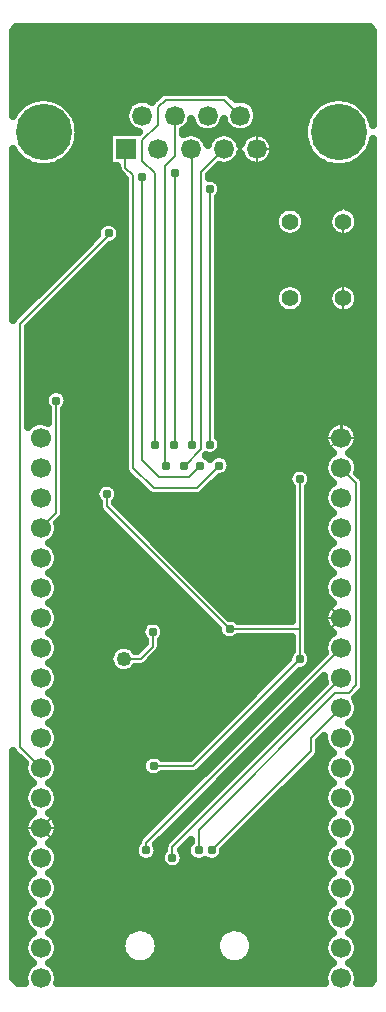
<source format=gbr>
G04 DipTrace 5.1.0.3*
G04 2 - Bottom.gbr*
%MOIN*%
G04 #@! TF.FileFunction,Copper,L2,Bot*
G04 #@! TF.Part,Single*
G04 #@! TA.AperFunction,Conductor*
%ADD15C,0.007874*%
G04 #@! TA.AperFunction,CopperBalancing*
%ADD16C,0.025*%
%ADD17C,0.00787*%
G04 #@! TA.AperFunction,ComponentPad*
%ADD21R,0.066535X0.066535*%
%ADD22C,0.066535*%
%ADD23C,0.187402*%
%ADD24C,0.055118*%
%ADD29C,0.049213*%
G04 #@! TA.AperFunction,ComponentPad*
%ADD30C,0.066929*%
G04 #@! TA.AperFunction,ViaPad*
%ADD31C,0.031*%
%FSLAX26Y26*%
G04*
G70*
G90*
G75*
G01*
G04 Bottom*
%LPD*%
X893702Y1149951D2*
D15*
X1024953D1*
X1381202Y1506200D1*
Y1606588D1*
Y2106200D1*
X1146979Y1606588D2*
X1381202D1*
X737453Y2056200D2*
Y2016115D1*
X1146979Y1606588D1*
X961357Y2220825D2*
X964458D1*
Y3128050D1*
X1112453Y2151229D2*
Y2149949D1*
X1037453Y2074949D1*
X893702D1*
X824952Y2143700D1*
Y3118701D1*
X799953Y3143700D1*
Y3206293D1*
X800953D1*
X1049953Y2151229D2*
Y2149951D1*
X1012452Y2112449D1*
X912453D1*
X856202Y2168700D1*
Y3112451D1*
X993702Y2151229D2*
X997743D1*
X1051361Y2204847D1*
Y3129536D1*
X1128118Y3206293D1*
X1518702Y2243700D2*
X1514024D1*
X1462452Y2192128D1*
Y1699951D1*
X1518702Y1643700D1*
X1099953Y799949D2*
X662453D1*
X518702Y943700D1*
X1526036Y2964388D2*
Y2708482D1*
Y2498108D1*
X1521187Y2493259D1*
Y2246184D1*
X1518702Y2243700D1*
Y1643700D2*
Y1642330D1*
X1435079Y1558707D1*
Y1504183D1*
X953449Y1022553D1*
X597555D1*
X518702Y943700D1*
X743702Y2924951D2*
Y2919533D1*
X448751Y2624582D1*
Y1213651D1*
X518702Y1143700D1*
X956202Y843700D2*
Y881200D1*
X1518702Y1443700D1*
X868702Y868700D2*
Y893700D1*
X1518702Y1543700D1*
X1043702Y868700D2*
Y937449D1*
X1499953Y1393700D1*
X1543702D1*
X1568702Y1418700D1*
Y2093700D1*
X1518702Y2143700D1*
X518702Y1943700D2*
X569259Y1994256D1*
Y2367906D1*
X1087453Y868700D2*
X1418702Y1199949D1*
Y1243700D1*
X1518702Y1343700D1*
X794196Y1506776D2*
X850528D1*
X890956Y1547204D1*
Y1596763D1*
X897617Y2221250D2*
Y3125487D1*
X855828Y3167276D1*
Y3234919D1*
X909047Y3288138D1*
Y3345941D1*
X933756Y3370650D1*
X1130100D1*
X1182646Y3318104D1*
X935330Y2151229D2*
X932983D1*
Y3149361D1*
X965520Y3181898D1*
Y3344250D1*
X939374Y3318104D1*
X964536D1*
X1081202Y2221250D2*
Y3072659D1*
X1081142Y3072720D1*
X1021879Y2221250D2*
Y3203477D1*
X1019063Y3206293D1*
D31*
X897617Y2221250D3*
X935330Y2151229D3*
X961357Y2220825D3*
X993702Y2151229D3*
X1021879Y2221250D3*
X1049953Y2151229D3*
X1081202Y2221250D3*
X1112453Y2151229D3*
X890956Y1596763D3*
X1087453Y868700D3*
X1043702D3*
X956202Y843700D3*
X893702Y1149951D3*
X868702Y868700D3*
X1381202Y1506200D3*
Y2106200D3*
X1146979Y1606588D3*
X737453Y2056200D3*
X1099953Y799949D3*
X743702Y2924951D3*
X569259Y2367906D3*
X1081142Y3072720D3*
X856202Y3112451D3*
X964458Y3128050D3*
X427462Y3587582D2*
D16*
X1622448D1*
X427462Y3562713D2*
X1622448D1*
X427462Y3537844D2*
X1622448D1*
X427462Y3512976D2*
X1622448D1*
X427462Y3488107D2*
X1622448D1*
X427462Y3463238D2*
X1622448D1*
X427462Y3438369D2*
X1622448D1*
X427462Y3413501D2*
X1622448D1*
X427462Y3388632D2*
X911383D1*
X1152484D2*
X1622448D1*
X427462Y3363763D2*
X467496D1*
X586769D2*
X820382D1*
X1217739D2*
X1451352D1*
X1570625D2*
X1622448D1*
X617379Y3338894D2*
X800878D1*
X1237260D2*
X1420760D1*
X1601234D2*
X1622448D1*
X634011Y3314025D2*
X797021D1*
X1241100D2*
X1404109D1*
X643000Y3289157D2*
X804933D1*
X1233205D2*
X1395121D1*
X646158Y3264288D2*
X837139D1*
X994792D2*
X1055244D1*
X1091929D2*
X1164295D1*
X1200999D2*
X1391980D1*
X643915Y3239419D2*
X742352D1*
X1066847D2*
X1080344D1*
X1175898D2*
X1189396D1*
X1284950D2*
X1394206D1*
X635984Y3214550D2*
X742352D1*
X1295159D2*
X1402137D1*
X620860Y3189682D2*
X742352D1*
X1293257D2*
X1417280D1*
X1604714D2*
X1622448D1*
X427462Y3164813D2*
X460625D1*
X593642D2*
X742352D1*
X1168399D2*
X1196896D1*
X1277450D2*
X1444498D1*
X1577496D2*
X1622448D1*
X427462Y3139944D2*
X770952D1*
X1102121D2*
X1622448D1*
X427462Y3115075D2*
X788211D1*
X1080626D2*
X1622448D1*
X427462Y3090207D2*
X795676D1*
X1117748D2*
X1622448D1*
X427462Y3065338D2*
X795676D1*
X1121265D2*
X1622448D1*
X427462Y3040469D2*
X795676D1*
X1110482D2*
X1622448D1*
X427462Y3015600D2*
X795676D1*
X1110482D2*
X1518795D1*
X1533503D2*
X1622448D1*
X427462Y2990731D2*
X795676D1*
X1110482D2*
X1303419D1*
X1394326D2*
X1479896D1*
X1572400D2*
X1622448D1*
X427462Y2965863D2*
X795676D1*
X1110482D2*
X1295991D1*
X1401735D2*
X1473007D1*
X1579290D2*
X1622448D1*
X427462Y2940994D2*
X706395D1*
X781011D2*
X795676D1*
X1110482D2*
X1301732D1*
X1396012D2*
X1478372D1*
X1573944D2*
X1622448D1*
X427462Y2916125D2*
X699936D1*
X1110482D2*
X1331874D1*
X1365869D2*
X1505931D1*
X1546366D2*
X1622448D1*
X427462Y2891256D2*
X675068D1*
X764486D2*
X795676D1*
X1110482D2*
X1622448D1*
X427462Y2866388D2*
X650201D1*
X730916D2*
X795676D1*
X1110482D2*
X1622448D1*
X427462Y2841519D2*
X625333D1*
X706049D2*
X795676D1*
X1110482D2*
X1622448D1*
X427462Y2816650D2*
X600466D1*
X681181D2*
X795676D1*
X1110482D2*
X1622448D1*
X427462Y2791781D2*
X575597D1*
X656314D2*
X795676D1*
X1110482D2*
X1622448D1*
X427462Y2766913D2*
X550730D1*
X631445D2*
X795676D1*
X1110482D2*
X1622448D1*
X427462Y2742044D2*
X525862D1*
X606578D2*
X795676D1*
X1110482D2*
X1308784D1*
X1388961D2*
X1485226D1*
X1566965D2*
X1622448D1*
X427462Y2717175D2*
X500977D1*
X581710D2*
X795676D1*
X1110482D2*
X1296726D1*
X1401000D2*
X1473635D1*
X1578537D2*
X1622448D1*
X427462Y2692306D2*
X476109D1*
X556843D2*
X795676D1*
X1110482D2*
X1298646D1*
X1399099D2*
X1475448D1*
X1576725D2*
X1622448D1*
X427462Y2667438D2*
X451242D1*
X531957D2*
X795676D1*
X1110482D2*
X1317126D1*
X1380600D2*
X1493030D1*
X1559159D2*
X1622448D1*
X507089Y2642569D2*
X795676D1*
X1110482D2*
X1622448D1*
X482221Y2617700D2*
X795676D1*
X1110482D2*
X1622448D1*
X478022Y2592831D2*
X795676D1*
X1110482D2*
X1622448D1*
X478022Y2567962D2*
X795676D1*
X1110482D2*
X1622448D1*
X478022Y2543094D2*
X795676D1*
X1110482D2*
X1622448D1*
X478022Y2518225D2*
X795676D1*
X1110482D2*
X1622448D1*
X478022Y2493356D2*
X795676D1*
X1110482D2*
X1622448D1*
X478022Y2468487D2*
X795676D1*
X1110482D2*
X1622448D1*
X478022Y2443619D2*
X795676D1*
X1110482D2*
X1622448D1*
X478022Y2418750D2*
X795676D1*
X1110482D2*
X1622448D1*
X478022Y2393881D2*
X538566D1*
X599957D2*
X795676D1*
X1110482D2*
X1622448D1*
X478022Y2369012D2*
X528446D1*
X610076D2*
X795676D1*
X1110482D2*
X1622448D1*
X478022Y2344144D2*
X536681D1*
X601841D2*
X795676D1*
X1110482D2*
X1622448D1*
X478022Y2319275D2*
X539983D1*
X598521D2*
X795676D1*
X1110482D2*
X1622448D1*
X478022Y2294406D2*
X491736D1*
X598521D2*
X795676D1*
X1110482D2*
X1491739D1*
X1545667D2*
X1622448D1*
X598521Y2269537D2*
X795676D1*
X1110482D2*
X1466189D1*
X1571217D2*
X1622448D1*
X598521Y2244669D2*
X795676D1*
X1114051D2*
X1459910D1*
X1577496D2*
X1622448D1*
X598521Y2219800D2*
X795676D1*
X1122000D2*
X1465221D1*
X1572167D2*
X1622448D1*
X598521Y2194931D2*
X795676D1*
X1111576D2*
X1488079D1*
X1549327D2*
X1622448D1*
X598521Y2170062D2*
X795676D1*
X1148339D2*
X1466458D1*
X1570948D2*
X1622448D1*
X598521Y2145193D2*
X795676D1*
X1152807D2*
X1459928D1*
X1577478D2*
X1622448D1*
X598521Y2120325D2*
X807966D1*
X1137627D2*
X1343071D1*
X1419336D2*
X1464987D1*
X1582431D2*
X1622448D1*
X598521Y2095456D2*
X832833D1*
X1098316D2*
X1341904D1*
X1420503D2*
X1487181D1*
X1597915D2*
X1622448D1*
X598521Y2070587D2*
X699416D1*
X775484D2*
X857701D1*
X1073449D2*
X1351935D1*
X1410474D2*
X1466746D1*
X1597969D2*
X1622448D1*
X598521Y2045718D2*
X698088D1*
X776831D2*
X1351935D1*
X1410474D2*
X1459945D1*
X1597969D2*
X1622448D1*
X598521Y2020850D2*
X708189D1*
X773080D2*
X1351935D1*
X1410474D2*
X1464753D1*
X1597969D2*
X1622448D1*
X598521Y1995981D2*
X717232D1*
X797948D2*
X1351935D1*
X1410474D2*
X1486339D1*
X1597969D2*
X1622448D1*
X586465Y1971112D2*
X742100D1*
X822816D2*
X1351935D1*
X1410474D2*
X1467033D1*
X1597969D2*
X1622448D1*
X577440Y1946243D2*
X766969D1*
X847684D2*
X1351935D1*
X1410474D2*
X1459963D1*
X1597969D2*
X1622448D1*
X572882Y1921375D2*
X791836D1*
X872551D2*
X1351935D1*
X1410474D2*
X1464521D1*
X1597969D2*
X1622448D1*
X551890Y1896506D2*
X816704D1*
X897419D2*
X1351935D1*
X1410474D2*
X1485513D1*
X1597969D2*
X1622448D1*
X570084Y1871637D2*
X841571D1*
X922286D2*
X1351935D1*
X1410474D2*
X1467319D1*
X1597969D2*
X1622448D1*
X577421Y1846768D2*
X866438D1*
X947155D2*
X1351935D1*
X1410474D2*
X1459982D1*
X1597969D2*
X1622448D1*
X573116Y1821899D2*
X891307D1*
X972022D2*
X1351935D1*
X1410474D2*
X1464306D1*
X1597969D2*
X1622448D1*
X552698Y1797031D2*
X916175D1*
X996890D2*
X1351935D1*
X1410474D2*
X1484723D1*
X1597969D2*
X1622448D1*
X569778Y1772162D2*
X941042D1*
X1021757D2*
X1351935D1*
X1410474D2*
X1467625D1*
X1597969D2*
X1622448D1*
X577386Y1747293D2*
X965910D1*
X1046626D2*
X1351935D1*
X1410474D2*
X1460017D1*
X1597969D2*
X1622448D1*
X573331Y1722424D2*
X990777D1*
X1071494D2*
X1351935D1*
X1410474D2*
X1464072D1*
X1597969D2*
X1622448D1*
X553452Y1697556D2*
X1015646D1*
X1096379D2*
X1351935D1*
X1410474D2*
X1483952D1*
X1597969D2*
X1622448D1*
X569456Y1672687D2*
X1040513D1*
X1121247D2*
X1351935D1*
X1410474D2*
X1467948D1*
X1597969D2*
X1622448D1*
X577351Y1647818D2*
X1065399D1*
X1146114D2*
X1351935D1*
X1410474D2*
X1460053D1*
X1597969D2*
X1622448D1*
X573529Y1622949D2*
X860465D1*
X921444D2*
X1090267D1*
X1410474D2*
X1463874D1*
X1597969D2*
X1622448D1*
X554187Y1598081D2*
X850147D1*
X931760D2*
X1107096D1*
X1410474D2*
X1483217D1*
X1597969D2*
X1622448D1*
X569151Y1573212D2*
X858204D1*
X923705D2*
X1125630D1*
X1168327D2*
X1351935D1*
X1410474D2*
X1468252D1*
X1597969D2*
X1622448D1*
X577314Y1548343D2*
X768833D1*
X819550D2*
X851744D1*
X920223D2*
X1351935D1*
X1410474D2*
X1460089D1*
X1597969D2*
X1622448D1*
X573744Y1523474D2*
X747285D1*
X907592D2*
X1344488D1*
X1417919D2*
X1458116D1*
X1597969D2*
X1622448D1*
X554904Y1498606D2*
X744971D1*
X882725D2*
X1333256D1*
X1597969D2*
X1622448D1*
X568810Y1473737D2*
X757656D1*
X830747D2*
X1308389D1*
X1597969D2*
X1622448D1*
X577260Y1448868D2*
X1283503D1*
X1364236D2*
X1383512D1*
X1597969D2*
X1622448D1*
X573941Y1423999D2*
X1258635D1*
X1339369D2*
X1358645D1*
X1439360D2*
X1458635D1*
X1597969D2*
X1622448D1*
X555604Y1399130D2*
X1233768D1*
X1314483D2*
X1333777D1*
X1414492D2*
X1433768D1*
X1589499D2*
X1622448D1*
X568487Y1374262D2*
X1208899D1*
X1289616D2*
X1308908D1*
X1389625D2*
X1408900D1*
X1568490D2*
X1622448D1*
X577206Y1349393D2*
X1184032D1*
X1264748D2*
X1284041D1*
X1364757D2*
X1384033D1*
X1577209D2*
X1622448D1*
X574138Y1324524D2*
X1159164D1*
X1239879D2*
X1259173D1*
X1339889D2*
X1359164D1*
X1574141D2*
X1622448D1*
X556268Y1299655D2*
X1134297D1*
X1215012D2*
X1234306D1*
X1315021D2*
X1334297D1*
X1556271D2*
X1622448D1*
X568146Y1274787D2*
X1109429D1*
X1190145D2*
X1209438D1*
X1290154D2*
X1309429D1*
X1568130D2*
X1622448D1*
X577152Y1249918D2*
X1084561D1*
X1165277D2*
X1184553D1*
X1265286D2*
X1284562D1*
X1577155D2*
X1622448D1*
X574318Y1225049D2*
X1059693D1*
X1140408D2*
X1159685D1*
X1240417D2*
X1259694D1*
X1447973D2*
X1463085D1*
X1574320D2*
X1622448D1*
X556914Y1200180D2*
X1034826D1*
X1115541D2*
X1134816D1*
X1215550D2*
X1234826D1*
X1447973D2*
X1480490D1*
X1556916D2*
X1622448D1*
X427462Y1175312D2*
X446738D1*
X567788D2*
X862456D1*
X1090673D2*
X1109949D1*
X1190664D2*
X1209958D1*
X1434425D2*
X1469616D1*
X1567790D2*
X1622448D1*
X427462Y1150443D2*
X460302D1*
X577099D2*
X852874D1*
X1065806D2*
X1085082D1*
X1165797D2*
X1185091D1*
X1409558D2*
X1460305D1*
X1577101D2*
X1622448D1*
X427462Y1125574D2*
X462903D1*
X574498D2*
X861613D1*
X1038516D2*
X1060214D1*
X1140929D2*
X1160223D1*
X1384690D2*
X1462906D1*
X1574500D2*
X1622448D1*
X427462Y1100705D2*
X479858D1*
X557542D2*
X1035345D1*
X1116062D2*
X1135354D1*
X1359823D2*
X1479861D1*
X1557545D2*
X1622448D1*
X427462Y1075836D2*
X469973D1*
X567428D2*
X1010478D1*
X1091194D2*
X1110487D1*
X1334956D2*
X1469975D1*
X1567431D2*
X1622448D1*
X427462Y1050968D2*
X460374D1*
X577028D2*
X985610D1*
X1066326D2*
X1085620D1*
X1310087D2*
X1460375D1*
X1577030D2*
X1622448D1*
X427462Y1026099D2*
X462725D1*
X574677D2*
X960743D1*
X1041458D2*
X1060734D1*
X1285219D2*
X1462726D1*
X1574680D2*
X1622448D1*
X427462Y1001230D2*
X479248D1*
X558152D2*
X935875D1*
X1016591D2*
X1035866D1*
X1260333D2*
X1479251D1*
X1558155D2*
X1622448D1*
X427462Y976361D2*
X470349D1*
X567051D2*
X911007D1*
X991723D2*
X1010999D1*
X1235466D2*
X1470352D1*
X1567054D2*
X1622448D1*
X427462Y951493D2*
X460445D1*
X576956D2*
X886139D1*
X966854D2*
X986130D1*
X1210599D2*
X1460448D1*
X1576958D2*
X1622448D1*
X427462Y926624D2*
X462562D1*
X574856D2*
X861272D1*
X941987D2*
X961263D1*
X1185731D2*
X1462564D1*
X1574841D2*
X1622448D1*
X427462Y901755D2*
X478656D1*
X558763D2*
X840675D1*
X917120D2*
X936395D1*
X1160862D2*
X1478659D1*
X1558747D2*
X1622448D1*
X427462Y876886D2*
X470726D1*
X566675D2*
X828760D1*
X908651D2*
X926940D1*
X1135995D2*
X1470729D1*
X1566677D2*
X1622448D1*
X427462Y852018D2*
X460517D1*
X576883D2*
X831685D1*
X1124458D2*
X1460520D1*
X1576886D2*
X1622448D1*
X427462Y827149D2*
X462400D1*
X575017D2*
X919135D1*
X993284D2*
X1462386D1*
X1575020D2*
X1622448D1*
X427462Y802280D2*
X478064D1*
X559336D2*
X1478067D1*
X1559339D2*
X1622448D1*
X427462Y777411D2*
X471121D1*
X566298D2*
X1471105D1*
X1566282D2*
X1622448D1*
X427462Y752543D2*
X460606D1*
X576794D2*
X1460609D1*
X1576797D2*
X1622448D1*
X427462Y727674D2*
X462239D1*
X575179D2*
X1462242D1*
X1575164D2*
X1622448D1*
X427462Y702805D2*
X477508D1*
X559893D2*
X1477511D1*
X1559895D2*
X1622448D1*
X427462Y677936D2*
X471516D1*
X565885D2*
X1471519D1*
X1565887D2*
X1622448D1*
X427462Y653067D2*
X460697D1*
X576722D2*
X1460681D1*
X1576706D2*
X1622448D1*
X427462Y628199D2*
X462078D1*
X575323D2*
X1462080D1*
X1575326D2*
X1622448D1*
X427462Y603330D2*
X476970D1*
X560449D2*
X813689D1*
X883461D2*
X1128125D1*
X1197914D2*
X1476954D1*
X1560433D2*
X1622448D1*
X427462Y578461D2*
X471911D1*
X565491D2*
X790705D1*
X906444D2*
X1105141D1*
X1220896D2*
X1471912D1*
X1565494D2*
X1622448D1*
X427462Y553592D2*
X460786D1*
X576633D2*
X784049D1*
X913100D2*
X1098501D1*
X1227536D2*
X1460789D1*
X1576617D2*
X1622448D1*
X427462Y528724D2*
X461935D1*
X575466D2*
X787853D1*
X909297D2*
X1102306D1*
X1223750D2*
X1461937D1*
X1575469D2*
X1622448D1*
X427462Y503855D2*
X476432D1*
X560969D2*
X804879D1*
X892252D2*
X1119332D1*
X1206705D2*
X1476435D1*
X1560971D2*
X1622448D1*
X427462Y478986D2*
X472341D1*
X565078D2*
X1472344D1*
X1565062D2*
X1622448D1*
X427462Y454117D2*
X460875D1*
X576525D2*
X1460878D1*
X1576528D2*
X1622448D1*
X440828Y429249D2*
X461792D1*
X575610D2*
X1461794D1*
X1575612D2*
X1618625D1*
X1398428Y2955252D2*
X1395906Y2946301D1*
X1391781Y2937966D1*
X1386196Y2930532D1*
X1379339Y2924250D1*
X1371445Y2919335D1*
X1362782Y2915953D1*
X1353646Y2914222D1*
X1344347Y2914199D1*
X1335201Y2915885D1*
X1326521Y2919222D1*
X1318603Y2924098D1*
X1311715Y2930346D1*
X1306092Y2937752D1*
X1301927Y2946066D1*
X1299360Y2955004D1*
X1298478Y2964262D1*
X1299312Y2973523D1*
X1301835Y2982474D1*
X1305959Y2990809D1*
X1311545Y2998243D1*
X1318402Y3004525D1*
X1326295Y3009440D1*
X1334958Y3012822D1*
X1344095Y3014553D1*
X1353394Y3014577D1*
X1362540Y3012890D1*
X1371219Y3009553D1*
X1379138Y3004678D1*
X1386025Y2998430D1*
X1391648Y2991023D1*
X1395814Y2982709D1*
X1398381Y2973771D1*
X1399263Y2964388D1*
X1398428Y2955252D1*
Y2699347D2*
X1395906Y2690396D1*
X1391781Y2682061D1*
X1386196Y2674627D1*
X1379339Y2668344D1*
X1371445Y2663430D1*
X1362782Y2660048D1*
X1353646Y2658317D1*
X1344347Y2658293D1*
X1335201Y2659980D1*
X1326521Y2663317D1*
X1318603Y2668192D1*
X1311715Y2674440D1*
X1306092Y2681847D1*
X1301927Y2690161D1*
X1299360Y2699099D1*
X1298478Y2708356D1*
X1299312Y2717617D1*
X1301835Y2726569D1*
X1305959Y2734903D1*
X1311545Y2742338D1*
X1318402Y2748620D1*
X1326295Y2753535D1*
X1334958Y2756917D1*
X1344095Y2758648D1*
X1353394Y2758671D1*
X1362540Y2756985D1*
X1371219Y2753648D1*
X1379138Y2748772D1*
X1386025Y2742524D1*
X1391648Y2735117D1*
X1395814Y2726804D1*
X1398381Y2717865D1*
X1399263Y2708482D1*
X1398428Y2699347D1*
X910001Y541187D2*
X907952Y532134D1*
X904575Y523487D1*
X899948Y515441D1*
X894172Y508174D1*
X887378Y501850D1*
X879718Y496607D1*
X871361Y492566D1*
X862496Y489814D1*
X853319Y488415D1*
X844037Y488399D1*
X834856Y489768D1*
X825982Y492489D1*
X817612Y496503D1*
X809933Y501718D1*
X803118Y508020D1*
X797318Y515268D1*
X792663Y523300D1*
X789257Y531934D1*
X787177Y540981D1*
X786467Y550235D1*
X787146Y559494D1*
X789196Y568546D1*
X792572Y577193D1*
X797200Y585239D1*
X802975Y592507D1*
X809769Y598831D1*
X817429Y604074D1*
X825786Y608115D1*
X834651Y610867D1*
X843828Y612266D1*
X853110Y612281D1*
X862292Y610913D1*
X871166Y608192D1*
X879536Y604178D1*
X887214Y598962D1*
X894029Y592661D1*
X899830Y585413D1*
X904484Y577381D1*
X907890Y568747D1*
X909970Y559700D1*
X910680Y550340D1*
X910001Y541187D1*
X1224450D2*
X1222400Y532134D1*
X1219024Y523487D1*
X1214396Y515441D1*
X1208621Y508174D1*
X1201827Y501850D1*
X1194167Y496607D1*
X1185810Y492566D1*
X1176945Y489814D1*
X1167768Y488415D1*
X1158486Y488399D1*
X1149305Y489768D1*
X1140431Y492489D1*
X1132061Y496503D1*
X1124382Y501718D1*
X1117567Y508020D1*
X1111767Y515268D1*
X1107112Y523300D1*
X1103706Y531934D1*
X1101626Y540981D1*
X1100916Y550235D1*
X1101595Y559494D1*
X1103645Y568546D1*
X1107021Y577193D1*
X1111648Y585239D1*
X1117424Y592507D1*
X1124218Y598831D1*
X1131878Y604074D1*
X1140235Y608115D1*
X1149100Y610867D1*
X1158277Y612266D1*
X1167559Y612281D1*
X1176740Y610913D1*
X1185614Y608192D1*
X1193984Y604178D1*
X1201663Y598962D1*
X1208478Y592661D1*
X1214278Y585413D1*
X1218933Y577381D1*
X1222339Y568747D1*
X1224419Y559700D1*
X1225129Y550340D1*
X1224450Y541187D1*
X913391Y1532600D2*
X916621Y1539591D1*
X917726Y1547204D1*
X917725Y1569644D1*
X919700Y1571401D1*
X924933Y1579018D1*
X928193Y1587665D1*
X929289Y1596840D1*
X928156Y1606012D1*
X924862Y1614646D1*
X919597Y1622241D1*
X912668Y1628355D1*
X904477Y1632633D1*
X895499Y1634826D1*
X886259Y1634808D1*
X877290Y1632578D1*
X869116Y1628267D1*
X862211Y1622125D1*
X856978Y1614508D1*
X853718Y1605861D1*
X852622Y1596686D1*
X853755Y1587514D1*
X857049Y1578880D1*
X862314Y1571285D1*
X864188Y1569632D1*
X864187Y1558293D1*
X839437Y1533546D1*
X833320Y1533540D1*
X827650Y1540411D1*
X820445Y1546292D1*
X812231Y1550654D1*
X803324Y1553329D1*
X794067Y1554216D1*
X784815Y1553279D1*
X775923Y1550556D1*
X767732Y1546149D1*
X760561Y1540230D1*
X754680Y1533025D1*
X750318Y1524812D1*
X747643Y1515905D1*
X746756Y1506648D1*
X747693Y1497396D1*
X750416Y1488503D1*
X754823Y1480313D1*
X760742Y1473141D1*
X767946Y1467260D1*
X776160Y1462898D1*
X785067Y1460224D1*
X794324Y1459336D1*
X803576Y1460273D1*
X812469Y1462997D1*
X820659Y1467403D1*
X827831Y1473322D1*
X833281Y1479999D1*
X850500Y1480006D1*
X856074Y1480586D1*
X863293Y1483245D1*
X869457Y1487847D1*
X909865Y1528255D1*
X913391Y1532600D1*
X1030491Y1123760D2*
X1037718Y1126419D1*
X1043882Y1131022D1*
X1380999Y1468146D1*
X1385899Y1468155D1*
X1394868Y1470385D1*
X1403042Y1474696D1*
X1409946Y1480838D1*
X1415180Y1488455D1*
X1418440Y1497102D1*
X1419536Y1506277D1*
X1418403Y1515449D1*
X1415109Y1524083D1*
X1409844Y1531678D1*
X1407970Y1533331D1*
X1407973Y2078763D1*
X1407971Y2079081D1*
X1409946Y2080838D1*
X1415180Y2088455D1*
X1418440Y2097102D1*
X1419536Y2106277D1*
X1418403Y2115449D1*
X1415109Y2124083D1*
X1409844Y2131678D1*
X1402915Y2137792D1*
X1394723Y2142070D1*
X1385746Y2144263D1*
X1376505Y2144245D1*
X1367537Y2142015D1*
X1359362Y2137704D1*
X1352458Y2131562D1*
X1347225Y2123945D1*
X1343965Y2115298D1*
X1342869Y2106123D1*
X1344001Y2096951D1*
X1347295Y2088317D1*
X1352561Y2080722D1*
X1354435Y2079069D1*
X1354432Y1634213D1*
X1354436Y1633359D1*
X1174152Y1633361D1*
X1168692Y1638180D1*
X1160500Y1642459D1*
X1151522Y1644651D1*
X1146785Y1644642D1*
X764223Y2027205D1*
X764222Y2029081D1*
X766197Y2030838D1*
X771431Y2038455D1*
X774690Y2047102D1*
X775786Y2056277D1*
X774654Y2065449D1*
X771360Y2074083D1*
X766095Y2081678D1*
X759166Y2087792D1*
X750974Y2092070D1*
X741996Y2094263D1*
X732756Y2094245D1*
X723788Y2092015D1*
X715613Y2087704D1*
X708709Y2081562D1*
X703475Y2073945D1*
X700215Y2065298D1*
X699120Y2056123D1*
X700252Y2046951D1*
X703546Y2038317D1*
X708811Y2030722D1*
X710685Y2029069D1*
X710683Y2016124D1*
X711263Y2010569D1*
X713921Y2003350D1*
X718524Y1997186D1*
X1108705Y1607004D1*
X1108646Y1606511D1*
X1109778Y1597339D1*
X1113072Y1588705D1*
X1118337Y1581111D1*
X1125267Y1574997D1*
X1133458Y1570718D1*
X1142436Y1568525D1*
X1151676Y1568544D1*
X1160645Y1570773D1*
X1168819Y1575085D1*
X1174410Y1579818D1*
X1354432Y1579812D1*
X1354433Y1533319D1*
X1352458Y1531562D1*
X1347225Y1523945D1*
X1343965Y1515298D1*
X1342869Y1506123D1*
X1342874Y1505731D1*
X1013861Y1176721D1*
X920875Y1176724D1*
X915415Y1181543D1*
X907223Y1185821D1*
X898246Y1188014D1*
X889005Y1187995D1*
X880037Y1185766D1*
X871862Y1181455D1*
X864958Y1175313D1*
X859725Y1167696D1*
X856465Y1159049D1*
X855369Y1149873D1*
X856501Y1140701D1*
X859795Y1132067D1*
X865061Y1124473D1*
X871990Y1118359D1*
X880181Y1114081D1*
X889159Y1111888D1*
X898399Y1111906D1*
X907368Y1114136D1*
X915542Y1118447D1*
X920862Y1123179D1*
X1024925Y1123180D1*
X1030491Y1123760D1*
X492932Y1093754D2*
X491647Y1094329D1*
X484078Y1099308D1*
X477406Y1105438D1*
X471802Y1112557D1*
X467415Y1120483D1*
X464354Y1129011D1*
X462702Y1137919D1*
X462500Y1146978D1*
X463753Y1155951D1*
X464895Y1159645D1*
X429822Y1194722D1*
X425217Y1200894D1*
X424953Y1199403D1*
Y442625D1*
X442631Y424949D1*
X465616D1*
X464012Y430340D1*
X462578Y439285D1*
X462596Y448346D1*
X464068Y457285D1*
X466956Y465875D1*
X471183Y473888D1*
X476639Y481120D1*
X483187Y487382D1*
X490654Y492514D1*
X492999Y493620D1*
X491647Y494329D1*
X484078Y499308D1*
X477406Y505438D1*
X471802Y512557D1*
X467415Y520483D1*
X464354Y529011D1*
X462702Y537919D1*
X462500Y546978D1*
X463753Y555951D1*
X466431Y564607D1*
X470461Y572721D1*
X475740Y580083D1*
X482133Y586503D1*
X489473Y591815D1*
X493024Y593598D1*
X491647Y594329D1*
X484078Y599308D1*
X477406Y605438D1*
X471802Y612557D1*
X467415Y620483D1*
X464354Y629011D1*
X462702Y637919D1*
X462500Y646978D1*
X463753Y655951D1*
X466431Y664607D1*
X470461Y672721D1*
X475740Y680083D1*
X482133Y686503D1*
X489473Y691815D1*
X493024Y693598D1*
X491647Y694329D1*
X484078Y699308D1*
X477406Y705438D1*
X471802Y712557D1*
X467415Y720483D1*
X464354Y729011D1*
X462702Y737919D1*
X462500Y746978D1*
X463753Y755951D1*
X466431Y764607D1*
X470461Y772721D1*
X475740Y780083D1*
X482133Y786503D1*
X489473Y791815D1*
X493024Y793598D1*
X491647Y794329D1*
X484078Y799308D1*
X477406Y805438D1*
X471802Y812557D1*
X467415Y820483D1*
X464354Y829011D1*
X462702Y837919D1*
X462500Y846978D1*
X463753Y855951D1*
X466431Y864607D1*
X470461Y872721D1*
X475740Y880083D1*
X482133Y886503D1*
X489473Y891815D1*
X493024Y893598D1*
X490845Y894777D1*
X488238Y896357D1*
X485719Y898075D1*
X483297Y899928D1*
X480979Y901910D1*
X478772Y904012D1*
X476683Y906233D1*
X474715Y908562D1*
X472878Y910995D1*
X471175Y913524D1*
X469610Y916142D1*
X468190Y918840D1*
X466919Y921611D1*
X465799Y924447D1*
X464833Y927339D1*
X464028Y930280D1*
X463381Y933259D1*
X462896Y936270D1*
X462576Y939302D1*
X462420Y942347D1*
X462429Y945396D1*
X462604Y948440D1*
X462944Y951470D1*
X463445Y954478D1*
X464110Y957453D1*
X464935Y960389D1*
X465917Y963275D1*
X467054Y966104D1*
X468343Y968868D1*
X469780Y971557D1*
X471360Y974165D1*
X473078Y976683D1*
X474931Y979106D1*
X476912Y981423D1*
X479015Y983630D1*
X481235Y985720D1*
X483564Y987687D1*
X485998Y989524D1*
X488526Y991228D1*
X491145Y992792D1*
X492849Y993690D1*
X490453Y995003D1*
X483007Y1000165D1*
X476486Y1006455D1*
X471058Y1013709D1*
X466864Y1021741D1*
X464012Y1030340D1*
X462578Y1039285D1*
X462596Y1048346D1*
X464068Y1057285D1*
X466956Y1065875D1*
X471183Y1073888D1*
X476639Y1081120D1*
X483187Y1087382D1*
X490654Y1092514D1*
X492999Y1093620D1*
X1475559Y2966791D2*
X1475790Y2970312D1*
X1475559Y2966791D1*
X1476537Y2975094D2*
X1476885Y2976842D1*
X1476537Y2975094D1*
X1476187Y2973326D2*
X1476537Y2975094D1*
X1476187Y2973326D1*
X1478250Y2981485D2*
X1478823Y2983172D1*
X1478250Y2981485D1*
X1477671Y2979777D2*
X1478250Y2981485D1*
X1477671Y2979777D1*
X1480782Y2987598D2*
X1481570Y2989196D1*
X1480782Y2987598D1*
X1479986Y2985981D2*
X1480782Y2987598D1*
X1479986Y2985981D1*
X1484091Y2993329D2*
X1485080Y2994810D1*
X1484091Y2993329D1*
X1483089Y2991829D2*
X1484091Y2993329D1*
X1483089Y2991829D1*
X1488118Y2998578D2*
X1489293Y2999918D1*
X1488118Y2998578D1*
X1486931Y2997222D2*
X1488118Y2998578D1*
X1486931Y2997222D1*
X1492797Y3003256D2*
X1494137Y3004431D1*
X1492797Y3003256D1*
X1491441Y3002066D2*
X1492797Y3003256D1*
X1491441Y3002066D1*
X1498046Y3007284D2*
X1499528Y3008275D1*
X1498046Y3007284D1*
X1496547Y3006281D2*
X1498046Y3007284D1*
X1496547Y3006281D1*
X1503777Y3010592D2*
X1505374Y3011381D1*
X1503777Y3010592D1*
X1502159Y3009794D2*
X1503777Y3010592D1*
X1502159Y3009794D1*
X1509890Y3013125D2*
X1511576Y3013697D1*
X1509890Y3013125D1*
X1508181Y3012544D2*
X1509890Y3013125D1*
X1508181Y3012544D1*
X1516281Y3014838D2*
X1518028Y3015186D1*
X1516281Y3014838D1*
X1514512Y3014485D2*
X1516281Y3014838D1*
X1514512Y3014485D1*
X1534339Y3015171D2*
X1537765Y3014490D1*
X1534339Y3015171D1*
X1542408Y3013125D2*
X1544096Y3012552D1*
X1542408Y3013125D1*
X1540700Y3013704D2*
X1542408Y3013125D1*
X1540700Y3013704D1*
X1548521Y3010592D2*
X1550120Y3009805D1*
X1548521Y3010592D1*
X1546050Y3011788D2*
X1548521Y3010592D1*
X1546050Y3011788D1*
X1554252Y3007284D2*
X1555734Y3006294D1*
X1554252Y3007284D1*
X1551958Y3008792D2*
X1554252Y3007284D1*
X1551958Y3008792D1*
X1559501Y3003256D2*
X1560841Y3002082D1*
X1559501Y3003256D1*
X1557424Y3005052D2*
X1559501Y3003256D1*
X1557424Y3005052D1*
X1564180Y2998578D2*
X1565354Y2997238D1*
X1564180Y2998578D1*
X1562354Y3000628D2*
X1564180Y2998578D1*
X1562354Y3000628D1*
X1568208Y2993329D2*
X1569198Y2991847D1*
X1568208Y2993329D1*
X1566666Y2995600D2*
X1568208Y2993329D1*
X1566666Y2995600D1*
X1571516Y2987598D2*
X1572305Y2986001D1*
X1571516Y2987598D1*
X1570284Y2990052D2*
X1571516Y2987598D1*
X1570284Y2990052D1*
X1574049Y2981485D2*
X1574621Y2979798D1*
X1574049Y2981485D1*
X1573146Y2984078D2*
X1574049Y2981485D1*
X1573146Y2984078D1*
X1575761Y2975094D2*
X1576108Y2973346D1*
X1575761Y2975094D1*
X1575205Y2977783D2*
X1575761Y2975094D1*
X1575205Y2977783D1*
X1576625Y2968533D2*
X1576740Y2966756D1*
X1576625Y2968533D1*
X1576424Y2971272D2*
X1576625Y2968533D1*
X1576424Y2971272D1*
X1576792Y2964378D2*
Y2963549D1*
Y2964378D1*
X1576790Y2965231D2*
X1576792Y2964378D1*
X1576790Y2965231D1*
X1576625Y2960224D2*
X1576508Y2958445D1*
X1576625Y2960224D1*
X1576742Y2962022D2*
X1576625Y2960224D1*
X1576742Y2962022D1*
X1575761Y2953663D2*
X1575414Y2951915D1*
X1575761Y2953663D1*
X1576112Y2955431D2*
X1575761Y2953663D1*
X1576112Y2955431D1*
X1574049Y2947272D2*
X1573475Y2945585D1*
X1574049Y2947272D1*
X1574627Y2948980D2*
X1574049Y2947272D1*
X1574627Y2948980D1*
X1571516Y2941159D2*
X1570729Y2939561D1*
X1571516Y2941159D1*
X1572312Y2942776D2*
X1571516Y2941159D1*
X1572312Y2942776D1*
X1568208Y2935428D2*
X1567218Y2933947D1*
X1568208Y2935428D1*
X1569209Y2936928D2*
X1568208Y2935428D1*
X1569209Y2936928D1*
X1564180Y2930179D2*
X1563005Y2928839D1*
X1564180Y2930179D1*
X1565368Y2931535D2*
X1564180Y2930179D1*
X1565368Y2931535D1*
X1559501Y2925501D2*
X1558162Y2924326D1*
X1559501Y2925501D1*
X1560857Y2926691D2*
X1559501Y2925501D1*
X1560857Y2926691D1*
X1554252Y2921473D2*
X1552771Y2920482D1*
X1554252Y2921473D1*
X1555751Y2922476D2*
X1554252Y2921473D1*
X1555751Y2922476D1*
X1548521Y2918165D2*
X1546903Y2917367D1*
X1548521Y2918165D1*
X1550139Y2918962D2*
X1548521Y2918165D1*
X1550139Y2918962D1*
X1544029Y2916183D2*
X1540722Y2915060D1*
X1544029Y2916183D1*
X1536017Y2913919D2*
X1534269Y2913573D1*
X1536017Y2913919D1*
X1537786Y2914272D2*
X1536017Y2913919D1*
X1537786Y2914272D1*
X1516281Y2913919D2*
X1514533Y2914267D1*
X1516281Y2913919D1*
X1518050Y2913569D2*
X1516281Y2913919D1*
X1518050Y2913569D1*
X1509890Y2915632D2*
X1508202Y2916205D1*
X1509890Y2915632D1*
X1511599Y2915053D2*
X1509890Y2915632D1*
X1511599Y2915053D1*
X1503777Y2918165D2*
X1502179Y2918952D1*
X1503777Y2918165D1*
X1506248Y2916969D2*
X1503777Y2918165D1*
X1506248Y2916969D1*
X1498046Y2921473D2*
X1496564Y2922462D1*
X1498046Y2921473D1*
X1500340Y2919964D2*
X1498046Y2921473D1*
X1500340Y2919964D1*
X1492797Y2925501D2*
X1491457Y2926675D1*
X1492797Y2925501D1*
X1494874Y2923705D2*
X1492797Y2925501D1*
X1494874Y2923705D1*
X1488118Y2930179D2*
X1486944Y2931519D1*
X1488118Y2930179D1*
X1489944Y2928129D2*
X1488118Y2930179D1*
X1489944Y2928129D1*
X1484091Y2935428D2*
X1483100Y2936910D1*
X1484091Y2935428D1*
X1485633Y2933157D2*
X1484091Y2935428D1*
X1485633Y2933157D1*
X1480782Y2941159D2*
X1479994Y2942756D1*
X1480782Y2941159D1*
X1482015Y2938705D2*
X1480782Y2941159D1*
X1482015Y2938705D1*
X1478250Y2947272D2*
X1477677Y2948959D1*
X1478250Y2947272D1*
X1479152Y2944679D2*
X1478250Y2947272D1*
X1479152Y2944679D1*
X1476537Y2953663D2*
X1476189Y2955411D1*
X1476537Y2953663D1*
X1477093Y2950974D2*
X1476537Y2953663D1*
X1477093Y2950974D1*
X1475673Y2960224D2*
X1475557Y2962001D1*
X1475673Y2960224D1*
X1475874Y2957485D2*
X1475673Y2960224D1*
X1475874Y2957485D1*
X1475507Y2964378D2*
X1475508Y2965233D1*
X1475507Y2964378D1*
X1475508Y2963525D2*
X1475507Y2964378D1*
X1475508Y2963525D1*
X1475637Y2712415D2*
X1475753Y2714192D1*
X1475637Y2712415D1*
X1475520Y2710620D2*
X1475637Y2712415D1*
X1475520Y2710620D1*
X1476500Y2718973D2*
X1476848Y2720720D1*
X1476500Y2718973D1*
X1476150Y2717207D2*
X1476500Y2718973D1*
X1476150Y2717207D1*
X1478211Y2725361D2*
X1478784Y2727048D1*
X1478211Y2725361D1*
X1477634Y2723655D2*
X1478211Y2725361D1*
X1477634Y2723655D1*
X1480743Y2731472D2*
X1481530Y2733069D1*
X1480743Y2731472D1*
X1479946Y2729856D2*
X1480743Y2731472D1*
X1479946Y2729856D1*
X1484050Y2737199D2*
X1485053Y2738697D1*
X1484050Y2737199D1*
X1483050Y2735701D2*
X1484050Y2737199D1*
X1483050Y2735701D1*
X1486949Y2741161D2*
X1489250Y2743785D1*
X1486949Y2741161D1*
X1492752Y2747123D2*
X1494091Y2748297D1*
X1492752Y2747123D1*
X1491399Y2745935D2*
X1492752Y2747123D1*
X1491399Y2745935D1*
X1498000Y2751149D2*
X1499480Y2752138D1*
X1498000Y2751149D1*
X1496503Y2750148D2*
X1498000Y2751149D1*
X1496503Y2750148D1*
X1503727Y2754456D2*
X1505324Y2755243D1*
X1503727Y2754456D1*
X1502112Y2753658D2*
X1503727Y2754456D1*
X1502112Y2753658D1*
X1509837Y2756987D2*
X1511524Y2757560D1*
X1509837Y2756987D1*
X1508133Y2756407D2*
X1509837Y2756987D1*
X1508133Y2756407D1*
X1516226Y2758699D2*
X1517973Y2759046D1*
X1516226Y2758699D1*
X1514459Y2758347D2*
X1516226Y2758699D1*
X1514459Y2758347D1*
X1535954Y2758699D2*
X1537701Y2758351D1*
X1535954Y2758699D1*
X1534188Y2759049D2*
X1535954Y2758699D1*
X1534188Y2759049D1*
X1542343Y2756987D2*
X1544029Y2756414D1*
X1542343Y2756987D1*
X1540637Y2757565D2*
X1542343Y2756987D1*
X1540637Y2757565D1*
X1548453Y2754456D2*
X1550050Y2753669D1*
X1548453Y2754456D1*
X1545983Y2755651D2*
X1548453Y2754456D1*
X1545983Y2755651D1*
X1554180Y2751149D2*
X1555660Y2750159D1*
X1554180Y2751149D1*
X1551887Y2752657D2*
X1554180Y2751149D1*
X1551887Y2752657D1*
X1559428Y2747123D2*
X1560767Y2745949D1*
X1559428Y2747123D1*
X1557351Y2748917D2*
X1559428Y2747123D1*
X1557351Y2748917D1*
X1564104Y2742447D2*
X1565278Y2741108D1*
X1564104Y2742447D1*
X1562280Y2744495D2*
X1564104Y2742447D1*
X1562280Y2744495D1*
X1568130Y2737199D2*
X1569120Y2735718D1*
X1568130Y2737199D1*
X1566589Y2739469D2*
X1568130Y2737199D1*
X1566589Y2739469D1*
X1571437Y2731472D2*
X1572225Y2729875D1*
X1571437Y2731472D1*
X1570205Y2733923D2*
X1571437Y2731472D1*
X1570205Y2733923D1*
X1573969Y2725361D2*
X1574541Y2723675D1*
X1573969Y2725361D1*
X1573067Y2727953D2*
X1573969Y2725361D1*
X1573067Y2727953D1*
X1575680Y2718973D2*
X1576028Y2717226D1*
X1575680Y2718973D1*
X1575125Y2721661D2*
X1575680Y2718973D1*
X1575125Y2721661D1*
X1576543Y2712415D2*
X1576660Y2710640D1*
X1576543Y2712415D1*
X1576343Y2715153D2*
X1576543Y2712415D1*
X1576343Y2715153D1*
X1576710Y2708448D2*
Y2707805D1*
Y2708448D1*
X1576709Y2709115D2*
X1576710Y2708448D1*
X1576709Y2709115D1*
X1576543Y2704481D2*
X1576424Y2702682D1*
X1576543Y2704481D1*
X1576660Y2706276D2*
X1576543Y2704481D1*
X1576660Y2706276D1*
X1576013Y2699600D2*
X1575332Y2696176D1*
X1576013Y2699600D1*
X1573969Y2691535D2*
X1573395Y2689848D1*
X1573969Y2691535D1*
X1574546Y2693241D2*
X1573969Y2691535D1*
X1574546Y2693241D1*
X1571437Y2685424D2*
X1570650Y2683827D1*
X1571437Y2685424D1*
X1572234Y2687040D2*
X1571437Y2685424D1*
X1572234Y2687040D1*
X1568130Y2679697D2*
X1567141Y2678217D1*
X1568130Y2679697D1*
X1569130Y2681195D2*
X1568130Y2679697D1*
X1569130Y2681195D1*
X1564104Y2674449D2*
X1562931Y2673111D1*
X1564104Y2674449D1*
X1565292Y2675805D2*
X1564104Y2674449D1*
X1565292Y2675805D1*
X1559428Y2669773D2*
X1558089Y2668599D1*
X1559428Y2669773D1*
X1560781Y2670961D2*
X1559428Y2669773D1*
X1560781Y2670961D1*
X1554180Y2665747D2*
X1552700Y2664758D1*
X1554180Y2665747D1*
X1555677Y2666749D2*
X1554180Y2665747D1*
X1555677Y2666749D1*
X1548453Y2662440D2*
X1546856Y2661653D1*
X1548453Y2662440D1*
X1550068Y2663238D2*
X1548453Y2662440D1*
X1550068Y2663238D1*
X1542343Y2659909D2*
X1540656Y2659336D1*
X1542343Y2659909D1*
X1544047Y2660489D2*
X1542343Y2659909D1*
X1544047Y2660489D1*
X1535954Y2658197D2*
X1534208Y2657850D1*
X1535954Y2658197D1*
X1537721Y2658549D2*
X1535954Y2658197D1*
X1537721Y2658549D1*
X1516226Y2658197D2*
X1514479Y2658545D1*
X1516226Y2658197D1*
X1517992Y2657847D2*
X1516226Y2658197D1*
X1517992Y2657847D1*
X1509837Y2659909D2*
X1508151Y2660481D1*
X1509837Y2659909D1*
X1511543Y2659331D2*
X1509837Y2659909D1*
X1511543Y2659331D1*
X1503727Y2662440D2*
X1502130Y2663228D1*
X1503727Y2662440D1*
X1506197Y2661245D2*
X1503727Y2662440D1*
X1506197Y2661245D1*
X1498000Y2665747D2*
X1496520Y2666737D1*
X1498000Y2665747D1*
X1500293Y2664239D2*
X1498000Y2665747D1*
X1500293Y2664239D1*
X1492752Y2669773D2*
X1491414Y2670947D1*
X1492752Y2669773D1*
X1494830Y2667980D2*
X1492752Y2669773D1*
X1494830Y2667980D1*
X1488076Y2674449D2*
X1486902Y2675788D1*
X1488076Y2674449D1*
X1489900Y2672401D2*
X1488076Y2674449D1*
X1489900Y2672401D1*
X1484050Y2679697D2*
X1483061Y2681178D1*
X1484050Y2679697D1*
X1485591Y2677427D2*
X1484050Y2679697D1*
X1485591Y2677427D1*
X1480743Y2685424D2*
X1479956Y2687022D1*
X1480743Y2685424D1*
X1481975Y2682973D2*
X1480743Y2685424D1*
X1481975Y2682973D1*
X1478211Y2691535D2*
X1477633Y2693242D1*
X1478211Y2691535D1*
X1479113Y2688943D2*
X1478211Y2691535D1*
X1479113Y2688943D1*
X1476833Y2696246D2*
X1476152Y2699670D1*
X1476833Y2696246D1*
X1475637Y2704481D2*
X1475521Y2706256D1*
X1475637Y2704481D1*
X1475837Y2701743D2*
X1475637Y2704481D1*
X1475837Y2701743D1*
X1475470Y2708448D2*
Y2709037D1*
Y2708448D1*
X1475471Y2707781D2*
X1475470Y2708448D1*
X1475471Y2707781D1*
X914810Y3389564D2*
X890118Y3364871D1*
X888677Y3363305D1*
X881011Y3368060D1*
X872441Y3371581D1*
X863407Y3373642D1*
X854158Y3374190D1*
X844945Y3373208D1*
X836019Y3370722D1*
X827624Y3366801D1*
X819988Y3361552D1*
X813322Y3355117D1*
X807805Y3347674D1*
X803588Y3339423D1*
X800786Y3330591D1*
X799478Y3321418D1*
X799696Y3312155D1*
X801436Y3303054D1*
X804650Y3294364D1*
X809251Y3286322D1*
X815113Y3279146D1*
X822076Y3273033D1*
X829950Y3268149D1*
X831600Y3267340D1*
X833274Y3266586D1*
X834973Y3265886D1*
X836694Y3265242D1*
X838435Y3264655D1*
X840194Y3264127D1*
X841970Y3263655D1*
X843760Y3263242D1*
X845882Y3262831D1*
X845444Y3262394D1*
X744852D1*
Y3150192D1*
X773183Y3150187D1*
Y3143700D1*
X773718Y3138375D1*
X776315Y3131133D1*
X780872Y3124926D1*
X798181Y3107606D1*
Y2143700D1*
X799067Y2136871D1*
X802083Y2129785D1*
X806036Y2124756D1*
X874773Y2056020D1*
X880227Y2051817D1*
X887370Y2048940D1*
X893721Y2048179D1*
X1037453D1*
X1044282Y2049065D1*
X1051368Y2052081D1*
X1056394Y2056031D1*
X1113532Y2113178D1*
X1117150Y2113184D1*
X1126118Y2115414D1*
X1134293Y2119725D1*
X1141197Y2125867D1*
X1146431Y2133483D1*
X1149690Y2142130D1*
X1150786Y2151306D1*
X1149654Y2160478D1*
X1146360Y2169112D1*
X1141095Y2176707D1*
X1134166Y2182821D1*
X1125974Y2187099D1*
X1116996Y2189292D1*
X1107756Y2189273D1*
X1098788Y2187044D1*
X1090613Y2182733D1*
X1083709Y2176591D1*
X1081130Y2173325D1*
X1075854Y2179487D1*
X1068916Y2184544D1*
X1069339Y2184976D1*
X1076659Y2183187D1*
X1085899Y2183205D1*
X1094868Y2185435D1*
X1103042Y2189746D1*
X1109946Y2195888D1*
X1115180Y2203504D1*
X1118440Y2212151D1*
X1119536Y2221327D1*
X1118403Y2230499D1*
X1115109Y2239133D1*
X1109844Y2246728D1*
X1107973Y2248680D1*
X1107978Y3045661D1*
X1109886Y3047357D1*
X1115120Y3054974D1*
X1118379Y3063621D1*
X1119475Y3072720D1*
X1119474Y3072952D1*
X1118305Y3082119D1*
X1114977Y3090739D1*
X1109680Y3098313D1*
X1102726Y3104398D1*
X1094519Y3108644D1*
X1085532Y3110801D1*
X1078131Y3110934D1*
X1078137Y3118452D1*
X1112301Y3152616D1*
X1114433Y3151888D1*
X1123575Y3150377D1*
X1132840Y3150392D1*
X1141978Y3151931D1*
X1150736Y3154953D1*
X1158878Y3159377D1*
X1166180Y3165079D1*
X1172445Y3171906D1*
X1177500Y3179671D1*
X1181209Y3188162D1*
X1182652Y3193124D1*
X1182760Y3192636D1*
X1183587Y3189684D1*
X1184574Y3186784D1*
X1185718Y3183940D1*
X1187016Y3181163D1*
X1188462Y3178462D1*
X1190055Y3175843D1*
X1191789Y3173315D1*
X1193658Y3170886D1*
X1195655Y3168564D1*
X1197778Y3166352D1*
X1200019Y3164260D1*
X1202369Y3162294D1*
X1204823Y3160459D1*
X1207374Y3158760D1*
X1210015Y3157204D1*
X1212736Y3155794D1*
X1215530Y3154536D1*
X1218389Y3153431D1*
X1221305Y3152483D1*
X1224267Y3151697D1*
X1227267Y3151074D1*
X1230297Y3150616D1*
X1233348Y3150323D1*
X1236410Y3150197D1*
X1239475Y3150239D1*
X1242532Y3150449D1*
X1245574Y3150825D1*
X1248591Y3151367D1*
X1251572Y3152071D1*
X1254512Y3152939D1*
X1257400Y3153965D1*
X1260227Y3155149D1*
X1262986Y3156483D1*
X1265668Y3157968D1*
X1268264Y3159596D1*
X1270768Y3161363D1*
X1273172Y3163266D1*
X1275467Y3165294D1*
X1277650Y3167448D1*
X1279710Y3169716D1*
X1281645Y3172094D1*
X1283445Y3174573D1*
X1285109Y3177148D1*
X1286629Y3179808D1*
X1288001Y3182549D1*
X1289222Y3185360D1*
X1290288Y3188233D1*
X1291194Y3191161D1*
X1291941Y3194133D1*
X1292522Y3197142D1*
X1292940Y3200179D1*
X1293190Y3203233D1*
X1293274Y3206297D1*
X1293190Y3209360D1*
X1292940Y3212415D1*
X1292522Y3215451D1*
X1291940Y3218460D1*
X1291193Y3221432D1*
X1290286Y3224360D1*
X1289221Y3227233D1*
X1287999Y3230044D1*
X1286626Y3232784D1*
X1285105Y3235445D1*
X1283442Y3238019D1*
X1281641Y3240499D1*
X1279706Y3242876D1*
X1277645Y3245144D1*
X1275463Y3247296D1*
X1273167Y3249326D1*
X1270763Y3251228D1*
X1268259Y3252995D1*
X1265663Y3254623D1*
X1262980Y3256107D1*
X1260222Y3257441D1*
X1257395Y3258624D1*
X1254507Y3259650D1*
X1251567Y3260516D1*
X1248584Y3261222D1*
X1245568Y3261763D1*
X1242526Y3262138D1*
X1239469Y3262348D1*
X1236404Y3262389D1*
X1233341Y3262263D1*
X1230292Y3261970D1*
X1227261Y3261512D1*
X1224260Y3260888D1*
X1221298Y3260102D1*
X1218383Y3259154D1*
X1215525Y3258049D1*
X1212731Y3256791D1*
X1210009Y3255380D1*
X1207370Y3253823D1*
X1204819Y3252125D1*
X1202364Y3250289D1*
X1200013Y3248323D1*
X1197773Y3246231D1*
X1195651Y3244020D1*
X1193654Y3241696D1*
X1191785Y3239267D1*
X1190053Y3236738D1*
X1188459Y3234120D1*
X1187013Y3231418D1*
X1185715Y3228641D1*
X1184572Y3225798D1*
X1183585Y3222897D1*
X1182759Y3219945D1*
X1182551Y3219096D1*
X1181150Y3224595D1*
X1177415Y3233074D1*
X1172335Y3240822D1*
X1166049Y3247629D1*
X1158727Y3253309D1*
X1150571Y3257705D1*
X1141803Y3260700D1*
X1132662Y3262210D1*
X1123396Y3262196D1*
X1114259Y3260655D1*
X1105500Y3257633D1*
X1097358Y3253210D1*
X1090057Y3247507D1*
X1083792Y3240680D1*
X1078736Y3232915D1*
X1075028Y3224424D1*
X1073496Y3219096D1*
X1072095Y3224595D1*
X1068360Y3233074D1*
X1063280Y3240822D1*
X1056994Y3247629D1*
X1049672Y3253309D1*
X1041516Y3257705D1*
X1032748Y3260700D1*
X1023606Y3262210D1*
X1014341Y3262196D1*
X1005204Y3260655D1*
X996445Y3257633D1*
X992288Y3255375D1*
X992298Y3269560D1*
X995295Y3271188D1*
X1002597Y3276890D1*
X1008862Y3283717D1*
X1013917Y3291482D1*
X1017626Y3299973D1*
X1018970Y3305318D1*
X1019158Y3305301D1*
X1020559Y3299804D1*
X1024294Y3291325D1*
X1029374Y3283575D1*
X1035660Y3276770D1*
X1042982Y3271090D1*
X1051138Y3266692D1*
X1059906Y3263699D1*
X1069047Y3262188D1*
X1078312Y3262203D1*
X1087450Y3263742D1*
X1096209Y3266764D1*
X1104351Y3271188D1*
X1111652Y3276890D1*
X1117917Y3283717D1*
X1122973Y3291482D1*
X1126681Y3299973D1*
X1128025Y3305318D1*
X1128213Y3305301D1*
X1129614Y3299804D1*
X1133349Y3291325D1*
X1138429Y3283575D1*
X1144715Y3276770D1*
X1152037Y3271090D1*
X1160193Y3266692D1*
X1168961Y3263699D1*
X1178103Y3262188D1*
X1187368Y3262203D1*
X1196505Y3263742D1*
X1205264Y3266764D1*
X1213406Y3271188D1*
X1220708Y3276890D1*
X1226973Y3283717D1*
X1232028Y3291482D1*
X1235736Y3299973D1*
X1237996Y3308960D1*
X1238747Y3318195D1*
X1237967Y3327427D1*
X1235677Y3336406D1*
X1231942Y3344885D1*
X1226862Y3352633D1*
X1220576Y3359440D1*
X1213255Y3365120D1*
X1205099Y3369516D1*
X1196331Y3372511D1*
X1187189Y3374022D1*
X1177924Y3374007D1*
X1168786Y3372466D1*
X1166828Y3371791D1*
X1149029Y3389579D1*
X1143575Y3393783D1*
X1136432Y3396659D1*
X1130082Y3397420D1*
X933756D1*
X926927Y3396535D1*
X919841Y3393519D1*
X914810Y3389564D1*
X929432Y881182D2*
X929433Y870819D1*
X927458Y869062D1*
X922225Y861445D1*
X918965Y852798D1*
X917869Y843623D1*
X919001Y834451D1*
X922295Y825817D1*
X927561Y818222D1*
X934490Y812108D1*
X942681Y807830D1*
X951659Y805637D1*
X960899Y805655D1*
X969868Y807885D1*
X978042Y812196D1*
X984946Y818338D1*
X990180Y825955D1*
X993440Y834602D1*
X994536Y843777D1*
X993403Y852949D1*
X990109Y861583D1*
X984844Y869178D1*
X983486Y870625D1*
X1016932Y904067D1*
X1016933Y895819D1*
X1014958Y894062D1*
X1009725Y886445D1*
X1006465Y877798D1*
X1005369Y868623D1*
X1006501Y859451D1*
X1009795Y850817D1*
X1015061Y843222D1*
X1021990Y837108D1*
X1030181Y832830D1*
X1039159Y830637D1*
X1048399Y830655D1*
X1057368Y832885D1*
X1065599Y837234D1*
X1065740Y837108D1*
X1073932Y832830D1*
X1082910Y830637D1*
X1092150Y830655D1*
X1101118Y832885D1*
X1109293Y837196D1*
X1116197Y843338D1*
X1121431Y850955D1*
X1124690Y859602D1*
X1125786Y868777D1*
X1125743Y869127D1*
X1437613Y1181001D1*
X1441142Y1185352D1*
X1444368Y1192336D1*
X1445473Y1199949D1*
X1445471Y1232611D1*
X1462932Y1250071D1*
X1462500Y1246978D1*
X1462702Y1237919D1*
X1464354Y1229011D1*
X1467415Y1220483D1*
X1471802Y1212557D1*
X1477406Y1205438D1*
X1484078Y1199308D1*
X1491647Y1194329D1*
X1493024Y1193598D1*
X1489473Y1191815D1*
X1482133Y1186503D1*
X1475740Y1180083D1*
X1470461Y1172721D1*
X1466431Y1164607D1*
X1463753Y1155951D1*
X1462500Y1146978D1*
X1462702Y1137919D1*
X1464354Y1129011D1*
X1467415Y1120483D1*
X1471802Y1112557D1*
X1477406Y1105438D1*
X1484078Y1099308D1*
X1491647Y1094329D1*
X1493024Y1093598D1*
X1489473Y1091815D1*
X1482133Y1086503D1*
X1475740Y1080083D1*
X1470461Y1072721D1*
X1466431Y1064607D1*
X1463753Y1055951D1*
X1462500Y1046978D1*
X1462702Y1037919D1*
X1464354Y1029011D1*
X1467415Y1020483D1*
X1471802Y1012557D1*
X1477406Y1005438D1*
X1484078Y999308D1*
X1491647Y994329D1*
X1493024Y993598D1*
X1489473Y991815D1*
X1482133Y986503D1*
X1475740Y980083D1*
X1470461Y972721D1*
X1466431Y964607D1*
X1463753Y955951D1*
X1462500Y946978D1*
X1462702Y937919D1*
X1464354Y929011D1*
X1467415Y920483D1*
X1471802Y912557D1*
X1477406Y905438D1*
X1484078Y899308D1*
X1491647Y894329D1*
X1493024Y893598D1*
X1489473Y891815D1*
X1482133Y886503D1*
X1475740Y880083D1*
X1470461Y872721D1*
X1466431Y864607D1*
X1463753Y855951D1*
X1462500Y846978D1*
X1462702Y837919D1*
X1464354Y829011D1*
X1467415Y820483D1*
X1471802Y812557D1*
X1477406Y805438D1*
X1484078Y799308D1*
X1491647Y794329D1*
X1493024Y793598D1*
X1489473Y791815D1*
X1482133Y786503D1*
X1475740Y780083D1*
X1470461Y772721D1*
X1466431Y764607D1*
X1463753Y755951D1*
X1462500Y746978D1*
X1462702Y737919D1*
X1464354Y729011D1*
X1467415Y720483D1*
X1471802Y712557D1*
X1477406Y705438D1*
X1484078Y699308D1*
X1491647Y694329D1*
X1493024Y693598D1*
X1489473Y691815D1*
X1482133Y686503D1*
X1475740Y680083D1*
X1470461Y672721D1*
X1466431Y664607D1*
X1463753Y655951D1*
X1462500Y646978D1*
X1462702Y637919D1*
X1464354Y629011D1*
X1467415Y620483D1*
X1471802Y612557D1*
X1477406Y605438D1*
X1484078Y599308D1*
X1491647Y594329D1*
X1493024Y593598D1*
X1489473Y591815D1*
X1482133Y586503D1*
X1475740Y580083D1*
X1470461Y572721D1*
X1466431Y564607D1*
X1463753Y555951D1*
X1462500Y546978D1*
X1462702Y537919D1*
X1464354Y529011D1*
X1467415Y520483D1*
X1471802Y512557D1*
X1477406Y505438D1*
X1484078Y499308D1*
X1491647Y494329D1*
X1492999Y493620D1*
X1490654Y492514D1*
X1483187Y487382D1*
X1476639Y481120D1*
X1471183Y473888D1*
X1466956Y465875D1*
X1464068Y457285D1*
X1462596Y448346D1*
X1462578Y439285D1*
X1464012Y430340D1*
X1465797Y424957D1*
X1411155Y424949D1*
X571721Y424957D1*
X572066Y425762D1*
X574252Y434554D1*
X575000Y443700D1*
X574785Y448624D1*
X573268Y457556D1*
X570339Y466130D1*
X566072Y474123D1*
X560579Y481327D1*
X554000Y487557D1*
X546508Y492651D1*
X544442Y493771D1*
X550587Y497302D1*
X557617Y503018D1*
X563639Y509787D1*
X568498Y517434D1*
X572066Y525762D1*
X574252Y534554D1*
X575000Y543700D1*
X574648Y549989D1*
X572915Y558881D1*
X569777Y567381D1*
X565316Y575268D1*
X559650Y582336D1*
X552921Y588405D1*
X545307Y593314D1*
X544442Y593771D1*
X550587Y597302D1*
X557617Y603018D1*
X563639Y609787D1*
X568498Y617434D1*
X572066Y625762D1*
X574252Y634554D1*
X575000Y643700D1*
X574648Y649989D1*
X572915Y658881D1*
X569777Y667381D1*
X565316Y675268D1*
X559650Y682336D1*
X552921Y688405D1*
X545307Y693314D1*
X544442Y693771D1*
X550587Y697302D1*
X557617Y703018D1*
X563639Y709787D1*
X568498Y717434D1*
X572066Y725762D1*
X574252Y734554D1*
X575000Y743700D1*
X574648Y749989D1*
X572915Y758881D1*
X569777Y767381D1*
X565316Y775268D1*
X559650Y782336D1*
X552921Y788405D1*
X545307Y793314D1*
X544442Y793771D1*
X550587Y797302D1*
X557617Y803018D1*
X563639Y809787D1*
X568498Y817434D1*
X572066Y825762D1*
X574252Y834554D1*
X575000Y843700D1*
X574986Y844956D1*
X574055Y853968D1*
X571692Y862714D1*
X567956Y870968D1*
X562944Y878516D1*
X556786Y885162D1*
X549642Y890734D1*
X544563Y893707D1*
X545062Y893955D1*
X547715Y895455D1*
X550285Y897096D1*
X552763Y898875D1*
X555139Y900784D1*
X557410Y902819D1*
X559566Y904974D1*
X561603Y907243D1*
X563513Y909620D1*
X565293Y912096D1*
X566935Y914665D1*
X568436Y917318D1*
X569792Y920049D1*
X570998Y922850D1*
X572049Y925712D1*
X572945Y928627D1*
X573681Y931586D1*
X574256Y934579D1*
X574668Y937600D1*
X574917Y940640D1*
X575000Y943700D1*
X574935Y946431D1*
X574704Y949470D1*
X574309Y952494D1*
X573751Y955491D1*
X573032Y958455D1*
X572154Y961375D1*
X571118Y964242D1*
X569929Y967050D1*
X568591Y969789D1*
X567105Y972452D1*
X565477Y975029D1*
X563713Y977516D1*
X561815Y979903D1*
X559793Y982184D1*
X557648Y984352D1*
X555390Y986402D1*
X553025Y988325D1*
X550559Y990117D1*
X547999Y991775D1*
X545353Y993291D1*
X544442Y993771D1*
X550587Y997302D1*
X557617Y1003018D1*
X563639Y1009787D1*
X568498Y1017434D1*
X572066Y1025762D1*
X574252Y1034554D1*
X575000Y1043700D1*
X574785Y1048624D1*
X573268Y1057556D1*
X570339Y1066130D1*
X566072Y1074123D1*
X560579Y1081327D1*
X554000Y1087557D1*
X546508Y1092651D1*
X544442Y1093771D1*
X550587Y1097302D1*
X557617Y1103018D1*
X563639Y1109787D1*
X568498Y1117434D1*
X572066Y1125762D1*
X574252Y1134554D1*
X575000Y1143700D1*
X574648Y1149989D1*
X572915Y1158881D1*
X569777Y1167381D1*
X565316Y1175268D1*
X559650Y1182336D1*
X552921Y1188405D1*
X545307Y1193314D1*
X544442Y1193771D1*
X550587Y1197302D1*
X557617Y1203018D1*
X563639Y1209787D1*
X568498Y1217434D1*
X572066Y1225762D1*
X574252Y1234554D1*
X575000Y1243700D1*
X574648Y1249989D1*
X572915Y1258881D1*
X569777Y1267381D1*
X565316Y1275268D1*
X559650Y1282336D1*
X552921Y1288405D1*
X545307Y1293314D1*
X544442Y1293771D1*
X550587Y1297302D1*
X557617Y1303018D1*
X563639Y1309787D1*
X568498Y1317434D1*
X572066Y1325762D1*
X574252Y1334554D1*
X575000Y1343700D1*
X574648Y1349989D1*
X572915Y1358881D1*
X569777Y1367381D1*
X565316Y1375268D1*
X559650Y1382336D1*
X552921Y1388405D1*
X545307Y1393314D1*
X544442Y1393771D1*
X550587Y1397302D1*
X557617Y1403018D1*
X563639Y1409787D1*
X568498Y1417434D1*
X572066Y1425762D1*
X574252Y1434554D1*
X575000Y1443700D1*
X574648Y1449989D1*
X572915Y1458881D1*
X569777Y1467381D1*
X565316Y1475268D1*
X559650Y1482336D1*
X552921Y1488405D1*
X545307Y1493314D1*
X544442Y1493771D1*
X550587Y1497302D1*
X557617Y1503018D1*
X563639Y1509787D1*
X568498Y1517434D1*
X572066Y1525762D1*
X574252Y1534554D1*
X575000Y1543700D1*
X574648Y1549989D1*
X572915Y1558881D1*
X569777Y1567381D1*
X565316Y1575268D1*
X559650Y1582336D1*
X552921Y1588405D1*
X545307Y1593314D1*
X544442Y1593771D1*
X550587Y1597302D1*
X557617Y1603018D1*
X563639Y1609787D1*
X568498Y1617434D1*
X572066Y1625762D1*
X574252Y1634554D1*
X575000Y1643700D1*
X574648Y1649989D1*
X572915Y1658881D1*
X569777Y1667381D1*
X565316Y1675268D1*
X559650Y1682336D1*
X552921Y1688405D1*
X545307Y1693314D1*
X544442Y1693771D1*
X550587Y1697302D1*
X557617Y1703018D1*
X563639Y1709787D1*
X568498Y1717434D1*
X572066Y1725762D1*
X574252Y1734554D1*
X575000Y1743700D1*
X574648Y1749989D1*
X572915Y1758881D1*
X569777Y1767381D1*
X565316Y1775268D1*
X559650Y1782336D1*
X552921Y1788405D1*
X545307Y1793314D1*
X544442Y1793771D1*
X550587Y1797302D1*
X557617Y1803018D1*
X563639Y1809787D1*
X568498Y1817434D1*
X572066Y1825762D1*
X574252Y1834554D1*
X575000Y1843700D1*
X574648Y1849989D1*
X572915Y1858881D1*
X569777Y1867381D1*
X565316Y1875268D1*
X559650Y1882336D1*
X552921Y1888405D1*
X545307Y1893314D1*
X544442Y1893771D1*
X550587Y1897302D1*
X557617Y1903018D1*
X563639Y1909787D1*
X568498Y1917434D1*
X572066Y1925762D1*
X574252Y1934554D1*
X575000Y1943700D1*
X574648Y1949989D1*
X572915Y1958881D1*
X572599Y1959737D1*
X588169Y1975309D1*
X591698Y1979659D1*
X594924Y1986644D1*
X596029Y1994256D1*
X596028Y2340787D1*
X598003Y2342544D1*
X603236Y2350161D1*
X606496Y2358808D1*
X607592Y2367983D1*
X606459Y2377155D1*
X603166Y2385789D1*
X597900Y2393384D1*
X590971Y2399498D1*
X582780Y2403776D1*
X573802Y2405969D1*
X564562Y2405951D1*
X555593Y2403721D1*
X547419Y2399410D1*
X540515Y2393268D1*
X535281Y2385651D1*
X532021Y2377004D1*
X530925Y2367829D1*
X532058Y2358657D1*
X535352Y2350023D1*
X540617Y2342428D1*
X542488Y2340473D1*
X542496Y2294650D1*
X541697Y2295088D1*
X533155Y2298111D1*
X524240Y2299725D1*
X515181Y2299888D1*
X506214Y2298595D1*
X497570Y2295881D1*
X489473Y2291815D1*
X482133Y2286503D1*
X475740Y2280083D1*
X475521Y2279822D1*
X475526Y2613499D1*
X749109Y2887083D1*
X757368Y2889136D1*
X765542Y2893447D1*
X772446Y2899588D1*
X777680Y2907205D1*
X780940Y2915852D1*
X782036Y2925028D1*
X780903Y2934200D1*
X777609Y2942834D1*
X772344Y2950428D1*
X765415Y2956543D1*
X757223Y2960821D1*
X748246Y2963014D1*
X739005Y2962995D1*
X730037Y2960766D1*
X721862Y2956455D1*
X714958Y2950313D1*
X709725Y2942696D1*
X706465Y2934049D1*
X705369Y2924873D1*
X706007Y2919705D1*
X644097Y2857787D1*
X429840Y2643531D1*
X426310Y2639179D1*
X424953Y2636844D1*
X424949Y3206354D1*
X427755Y3201339D1*
X432836Y3193729D1*
X438499Y3186543D1*
X444708Y3179821D1*
X451425Y3173608D1*
X458609Y3167941D1*
X466217Y3162855D1*
X474198Y3158382D1*
X482507Y3154549D1*
X491091Y3151378D1*
X499896Y3148893D1*
X508870Y3147106D1*
X517957Y3146027D1*
X527100Y3145665D1*
X536243Y3146022D1*
X545331Y3147095D1*
X554306Y3148877D1*
X563113Y3151357D1*
X571698Y3154523D1*
X580009Y3158351D1*
X587994Y3162819D1*
X595604Y3167901D1*
X602792Y3173564D1*
X609512Y3179773D1*
X615726Y3186490D1*
X621393Y3193675D1*
X626478Y3201281D1*
X630952Y3209263D1*
X634785Y3217573D1*
X637954Y3226155D1*
X640440Y3234962D1*
X642229Y3243936D1*
X643306Y3253023D1*
X643668Y3262199D1*
X643311Y3271309D1*
X642239Y3280396D1*
X640456Y3289371D1*
X637975Y3298178D1*
X634810Y3306763D1*
X630982Y3315074D1*
X626513Y3323060D1*
X621432Y3330669D1*
X615769Y3337856D1*
X609561Y3344577D1*
X602843Y3350791D1*
X595659Y3356457D1*
X588051Y3361543D1*
X580070Y3366016D1*
X571761Y3369850D1*
X563177Y3373019D1*
X554372Y3375506D1*
X545398Y3377293D1*
X536311Y3378372D1*
X527168Y3378733D1*
X518025Y3378377D1*
X508937Y3377304D1*
X499962Y3375522D1*
X491155Y3373040D1*
X482570Y3369876D1*
X474259Y3366046D1*
X466274Y3361578D1*
X458664Y3356497D1*
X451477Y3350834D1*
X444756Y3344625D1*
X438542Y3337907D1*
X432875Y3330724D1*
X427790Y3323117D1*
X424954Y3318058D1*
X424957Y3601027D1*
X436379Y3612451D1*
X1613529Y3612447D1*
X1624952Y3601023D1*
X1624950Y3286171D1*
X1624314Y3289371D1*
X1621833Y3298178D1*
X1618668Y3306763D1*
X1614840Y3315074D1*
X1610372Y3323060D1*
X1605290Y3330669D1*
X1599627Y3337856D1*
X1593419Y3344577D1*
X1586701Y3350791D1*
X1579517Y3356457D1*
X1571910Y3361543D1*
X1563928Y3366016D1*
X1555620Y3369850D1*
X1547036Y3373019D1*
X1538230Y3375506D1*
X1529256Y3377293D1*
X1520169Y3378372D1*
X1511026Y3378733D1*
X1501883Y3378377D1*
X1492795Y3377304D1*
X1483820Y3375522D1*
X1475013Y3373040D1*
X1466428Y3369876D1*
X1458117Y3366046D1*
X1450133Y3361578D1*
X1442522Y3356497D1*
X1435335Y3350834D1*
X1428614Y3344625D1*
X1422400Y3337907D1*
X1416734Y3330724D1*
X1411648Y3323117D1*
X1407175Y3315134D1*
X1403341Y3306826D1*
X1400172Y3298242D1*
X1397687Y3289436D1*
X1395898Y3280462D1*
X1394820Y3271376D1*
X1394458Y3262233D1*
X1394815Y3253090D1*
X1395887Y3244003D1*
X1397671Y3235028D1*
X1400151Y3226220D1*
X1403316Y3217634D1*
X1407145Y3209323D1*
X1411613Y3201339D1*
X1416694Y3193729D1*
X1422357Y3186543D1*
X1428566Y3179821D1*
X1435284Y3173608D1*
X1442467Y3167941D1*
X1450075Y3162855D1*
X1458057Y3158382D1*
X1466365Y3154549D1*
X1474949Y3151378D1*
X1483755Y3148893D1*
X1492729Y3147106D1*
X1501815Y3146027D1*
X1510958Y3145665D1*
X1520101Y3146022D1*
X1529189Y3147095D1*
X1538164Y3148877D1*
X1546971Y3151357D1*
X1555557Y3154523D1*
X1563868Y3158351D1*
X1571852Y3162819D1*
X1579462Y3167901D1*
X1586650Y3173564D1*
X1593370Y3179773D1*
X1599584Y3186490D1*
X1605251Y3193675D1*
X1610336Y3201281D1*
X1614810Y3209263D1*
X1618643Y3217573D1*
X1621812Y3226155D1*
X1624298Y3234962D1*
X1624950Y3238230D1*
X1624956Y434991D1*
X1618269Y424949D1*
X1571721Y424957D1*
X1572066Y425762D1*
X1574252Y434554D1*
X1575000Y443700D1*
X1574785Y448624D1*
X1573268Y457556D1*
X1570339Y466130D1*
X1566072Y474123D1*
X1560579Y481327D1*
X1554000Y487557D1*
X1546508Y492651D1*
X1544431Y493620D1*
X1544442Y493771D1*
X1550587Y497302D1*
X1557617Y503018D1*
X1563639Y509787D1*
X1568498Y517434D1*
X1572066Y525762D1*
X1574252Y534554D1*
X1575000Y543700D1*
X1574648Y549989D1*
X1572915Y558881D1*
X1569777Y567381D1*
X1565316Y575268D1*
X1559650Y582336D1*
X1552921Y588405D1*
X1545307Y593314D1*
X1544504Y593665D1*
X1544442Y593771D1*
X1550587Y597302D1*
X1557617Y603018D1*
X1563639Y609787D1*
X1568498Y617434D1*
X1572066Y625762D1*
X1574252Y634554D1*
X1575000Y643700D1*
X1574648Y649989D1*
X1572915Y658881D1*
X1569777Y667381D1*
X1565316Y675268D1*
X1559650Y682336D1*
X1552921Y688405D1*
X1545307Y693314D1*
X1544504Y693665D1*
X1544442Y693771D1*
X1550587Y697302D1*
X1557617Y703018D1*
X1563639Y709787D1*
X1568498Y717434D1*
X1572066Y725762D1*
X1574252Y734554D1*
X1575000Y743700D1*
X1574648Y749989D1*
X1572915Y758881D1*
X1569777Y767381D1*
X1565316Y775268D1*
X1559650Y782336D1*
X1552921Y788405D1*
X1545307Y793314D1*
X1544504Y793665D1*
X1544442Y793771D1*
X1550587Y797302D1*
X1557617Y803018D1*
X1563639Y809787D1*
X1568498Y817434D1*
X1572066Y825762D1*
X1574252Y834554D1*
X1575000Y843700D1*
X1574648Y849989D1*
X1572915Y858881D1*
X1569777Y867381D1*
X1565316Y875268D1*
X1559650Y882336D1*
X1552921Y888405D1*
X1545307Y893314D1*
X1544504Y893665D1*
X1544442Y893771D1*
X1550587Y897302D1*
X1557617Y903018D1*
X1563639Y909787D1*
X1568498Y917434D1*
X1572066Y925762D1*
X1574252Y934554D1*
X1575000Y943700D1*
X1574648Y949989D1*
X1572915Y958881D1*
X1569777Y967381D1*
X1565316Y975268D1*
X1559650Y982336D1*
X1552921Y988405D1*
X1545307Y993314D1*
X1544504Y993665D1*
X1544442Y993771D1*
X1550587Y997302D1*
X1557617Y1003018D1*
X1563639Y1009787D1*
X1568498Y1017434D1*
X1572066Y1025762D1*
X1574252Y1034554D1*
X1575000Y1043700D1*
X1574648Y1049989D1*
X1572915Y1058881D1*
X1569777Y1067381D1*
X1565316Y1075268D1*
X1559650Y1082336D1*
X1552921Y1088405D1*
X1545307Y1093314D1*
X1544504Y1093665D1*
X1544442Y1093771D1*
X1550587Y1097302D1*
X1557617Y1103018D1*
X1563639Y1109787D1*
X1568498Y1117434D1*
X1572066Y1125762D1*
X1574252Y1134554D1*
X1575000Y1143700D1*
X1574648Y1149989D1*
X1572915Y1158881D1*
X1569777Y1167381D1*
X1565316Y1175268D1*
X1559650Y1182336D1*
X1552921Y1188405D1*
X1545307Y1193314D1*
X1544504Y1193665D1*
X1544442Y1193771D1*
X1550587Y1197302D1*
X1557617Y1203018D1*
X1563639Y1209787D1*
X1568498Y1217434D1*
X1572066Y1225762D1*
X1574252Y1234554D1*
X1575000Y1243700D1*
X1574648Y1249989D1*
X1572915Y1258881D1*
X1569777Y1267381D1*
X1565316Y1275268D1*
X1559650Y1282336D1*
X1552921Y1288405D1*
X1545307Y1293314D1*
X1544504Y1293665D1*
X1544442Y1293771D1*
X1550587Y1297302D1*
X1557617Y1303018D1*
X1563639Y1309787D1*
X1568498Y1317434D1*
X1572066Y1325762D1*
X1574252Y1334554D1*
X1575000Y1343700D1*
X1574648Y1349989D1*
X1572915Y1358881D1*
X1569777Y1367381D1*
X1565316Y1375268D1*
X1564348Y1376476D1*
X1587613Y1399752D1*
X1591143Y1404103D1*
X1594368Y1411087D1*
X1595473Y1418700D1*
Y2093674D1*
X1594893Y2099246D1*
X1592234Y2106465D1*
X1587631Y2112629D1*
X1572550Y2127710D1*
X1574252Y2134554D1*
X1575000Y2143700D1*
X1574949Y2146094D1*
X1573837Y2155086D1*
X1571297Y2163783D1*
X1567394Y2171959D1*
X1562230Y2179403D1*
X1555940Y2185924D1*
X1548684Y2191351D1*
X1547113Y2192304D1*
X1544563Y2193707D1*
X1545062Y2193955D1*
X1547715Y2195455D1*
X1550285Y2197096D1*
X1552763Y2198875D1*
X1555139Y2200784D1*
X1557410Y2202819D1*
X1559566Y2204974D1*
X1561603Y2207243D1*
X1563513Y2209620D1*
X1565293Y2212096D1*
X1566935Y2214665D1*
X1568436Y2217318D1*
X1569792Y2220049D1*
X1570998Y2222850D1*
X1572049Y2225712D1*
X1572945Y2228627D1*
X1573681Y2231586D1*
X1574256Y2234579D1*
X1574668Y2237600D1*
X1574917Y2240640D1*
X1575000Y2243700D1*
X1574984Y2245053D1*
X1574828Y2248098D1*
X1574508Y2251130D1*
X1574024Y2254141D1*
X1573377Y2257120D1*
X1572571Y2260061D1*
X1571605Y2262953D1*
X1570486Y2265789D1*
X1569214Y2268560D1*
X1567794Y2271258D1*
X1566230Y2273876D1*
X1564526Y2276405D1*
X1562689Y2278838D1*
X1560722Y2281167D1*
X1558633Y2283388D1*
X1556425Y2285490D1*
X1554108Y2287472D1*
X1551685Y2289325D1*
X1549167Y2291043D1*
X1546559Y2292623D1*
X1543870Y2294060D1*
X1541106Y2295348D1*
X1538277Y2296485D1*
X1535391Y2297468D1*
X1532456Y2298292D1*
X1529480Y2298957D1*
X1526473Y2299459D1*
X1523442Y2299798D1*
X1520398Y2299973D1*
X1517349Y2299982D1*
X1514305Y2299826D1*
X1511272Y2299506D1*
X1508261Y2299022D1*
X1505282Y2298375D1*
X1502341Y2297569D1*
X1499449Y2296603D1*
X1496613Y2295483D1*
X1493843Y2294212D1*
X1491145Y2292792D1*
X1488526Y2291228D1*
X1485998Y2289524D1*
X1483564Y2287687D1*
X1481235Y2285720D1*
X1479015Y2283630D1*
X1476912Y2281423D1*
X1474931Y2279106D1*
X1473078Y2276683D1*
X1471360Y2274165D1*
X1469780Y2271557D1*
X1468343Y2268868D1*
X1467054Y2266104D1*
X1465917Y2263275D1*
X1464935Y2260389D1*
X1464110Y2257453D1*
X1463445Y2254478D1*
X1462944Y2251470D1*
X1462604Y2248440D1*
X1462429Y2245396D1*
X1462420Y2242347D1*
X1462576Y2239302D1*
X1462896Y2236270D1*
X1463381Y2233259D1*
X1464028Y2230280D1*
X1464833Y2227339D1*
X1465799Y2224447D1*
X1466919Y2221611D1*
X1468190Y2218840D1*
X1469610Y2216142D1*
X1471175Y2213524D1*
X1472878Y2210995D1*
X1474715Y2208562D1*
X1476683Y2206233D1*
X1478772Y2204012D1*
X1480979Y2201910D1*
X1483297Y2199928D1*
X1485719Y2198075D1*
X1488238Y2196357D1*
X1490845Y2194777D1*
X1493024Y2193598D1*
X1489473Y2191815D1*
X1482133Y2186503D1*
X1475740Y2180083D1*
X1470461Y2172721D1*
X1466431Y2164607D1*
X1463753Y2155951D1*
X1462500Y2146978D1*
X1462702Y2137919D1*
X1464354Y2129011D1*
X1467415Y2120483D1*
X1471802Y2112557D1*
X1477406Y2105438D1*
X1484078Y2099308D1*
X1491647Y2094329D1*
X1493024Y2093598D1*
X1489473Y2091815D1*
X1482133Y2086503D1*
X1475740Y2080083D1*
X1470461Y2072721D1*
X1466431Y2064607D1*
X1463753Y2055951D1*
X1462500Y2046978D1*
X1462702Y2037919D1*
X1464354Y2029011D1*
X1467415Y2020483D1*
X1471802Y2012557D1*
X1477406Y2005438D1*
X1484078Y1999308D1*
X1491647Y1994329D1*
X1493024Y1993598D1*
X1489473Y1991815D1*
X1482133Y1986503D1*
X1475740Y1980083D1*
X1470461Y1972721D1*
X1466431Y1964607D1*
X1463753Y1955951D1*
X1462500Y1946978D1*
X1462702Y1937919D1*
X1464354Y1929011D1*
X1467415Y1920483D1*
X1471802Y1912557D1*
X1477406Y1905438D1*
X1484078Y1899308D1*
X1491647Y1894329D1*
X1493024Y1893598D1*
X1489473Y1891815D1*
X1482133Y1886503D1*
X1475740Y1880083D1*
X1470461Y1872721D1*
X1466431Y1864607D1*
X1463753Y1855951D1*
X1462500Y1846978D1*
X1462702Y1837919D1*
X1464354Y1829011D1*
X1467415Y1820483D1*
X1471802Y1812557D1*
X1477406Y1805438D1*
X1484078Y1799308D1*
X1491647Y1794329D1*
X1492827Y1793693D1*
X1485189Y1788936D1*
X1478368Y1782976D1*
X1472589Y1775997D1*
X1468005Y1768182D1*
X1464735Y1759731D1*
X1462862Y1750867D1*
X1462436Y1741817D1*
X1463466Y1732815D1*
X1465928Y1724096D1*
X1469756Y1715885D1*
X1474852Y1708393D1*
X1481083Y1701817D1*
X1488289Y1696325D1*
X1489851Y1695357D1*
X1491444Y1694441D1*
X1492849Y1693690D1*
X1491145Y1692792D1*
X1488526Y1691228D1*
X1485998Y1689524D1*
X1483564Y1687687D1*
X1481235Y1685720D1*
X1479015Y1683630D1*
X1476912Y1681423D1*
X1474931Y1679106D1*
X1473078Y1676683D1*
X1471360Y1674165D1*
X1469780Y1671557D1*
X1468343Y1668868D1*
X1467054Y1666104D1*
X1465917Y1663275D1*
X1464935Y1660389D1*
X1464110Y1657453D1*
X1463445Y1654478D1*
X1462944Y1651470D1*
X1462604Y1648440D1*
X1462429Y1645396D1*
X1462420Y1642347D1*
X1462576Y1639302D1*
X1462896Y1636270D1*
X1463381Y1633259D1*
X1464028Y1630280D1*
X1464833Y1627339D1*
X1465799Y1624447D1*
X1466919Y1621611D1*
X1468190Y1618840D1*
X1469610Y1616142D1*
X1471175Y1613524D1*
X1472878Y1610995D1*
X1474715Y1608562D1*
X1476683Y1606233D1*
X1478772Y1604012D1*
X1480979Y1601910D1*
X1483297Y1599928D1*
X1485719Y1598075D1*
X1488238Y1596357D1*
X1490845Y1594777D1*
X1493024Y1593598D1*
X1489473Y1591815D1*
X1482133Y1586503D1*
X1475740Y1580083D1*
X1470461Y1572721D1*
X1466431Y1564607D1*
X1463753Y1555951D1*
X1462500Y1546978D1*
X1462702Y1537919D1*
X1464354Y1529011D1*
X1464747Y1527603D1*
X849773Y912629D1*
X845570Y907175D1*
X842693Y900040D1*
X842028Y895903D1*
X839958Y894062D1*
X834725Y886445D1*
X831465Y877798D1*
X830369Y868623D1*
X831501Y859451D1*
X834795Y850817D1*
X840061Y843222D1*
X846990Y837108D1*
X855181Y832830D1*
X864159Y830637D1*
X873399Y830655D1*
X882368Y832885D1*
X890542Y837196D1*
X897446Y843338D1*
X902680Y850955D1*
X905940Y859602D1*
X907036Y868777D1*
X905903Y877949D1*
X902609Y886583D1*
X901318Y888444D1*
X927029Y914167D1*
X1462932Y1450071D1*
X1462500Y1446978D1*
X1462702Y1437919D1*
X1464354Y1429011D1*
X1464830Y1427687D1*
X937273Y900129D1*
X933070Y894675D1*
X930193Y887532D1*
X929432Y881182D1*
X1237173Y3206293D2*
D17*
X1293239D1*
X1237173Y3150229D2*
Y3262359D1*
X1462440Y1643700D2*
X1518702D1*
X1462440Y2243700D2*
X1574965D1*
X1518702D2*
Y2299962D1*
X462440Y943700D2*
X574965D1*
D21*
X800953Y3206294D3*
D22*
X910008D3*
X1019063D3*
X1128118D3*
X1237173D3*
X855480Y3318105D3*
X964536D3*
X1073591D3*
X1182646D3*
D23*
X527134Y3262199D3*
X1510992D3*
D24*
X1526036Y2708482D3*
Y2964388D3*
X1348870D3*
Y2708482D3*
D29*
X794196Y1506776D3*
D30*
X1518702Y443700D3*
Y543700D3*
Y643700D3*
Y743700D3*
Y843700D3*
Y943700D3*
Y1043700D3*
Y1143700D3*
Y1243700D3*
Y1343700D3*
Y1443700D3*
Y1543700D3*
Y1643700D3*
Y1743700D3*
Y1843700D3*
Y1943700D3*
Y2043700D3*
Y2143700D3*
Y2243700D3*
X518702D3*
Y2143700D3*
Y2043700D3*
Y1943700D3*
Y1843700D3*
Y1743700D3*
Y1643700D3*
Y1543700D3*
Y1443700D3*
Y1343700D3*
Y1243700D3*
Y1143700D3*
Y1043700D3*
Y943700D3*
Y843700D3*
Y743700D3*
Y643700D3*
Y543700D3*
Y443700D3*
M02*

</source>
